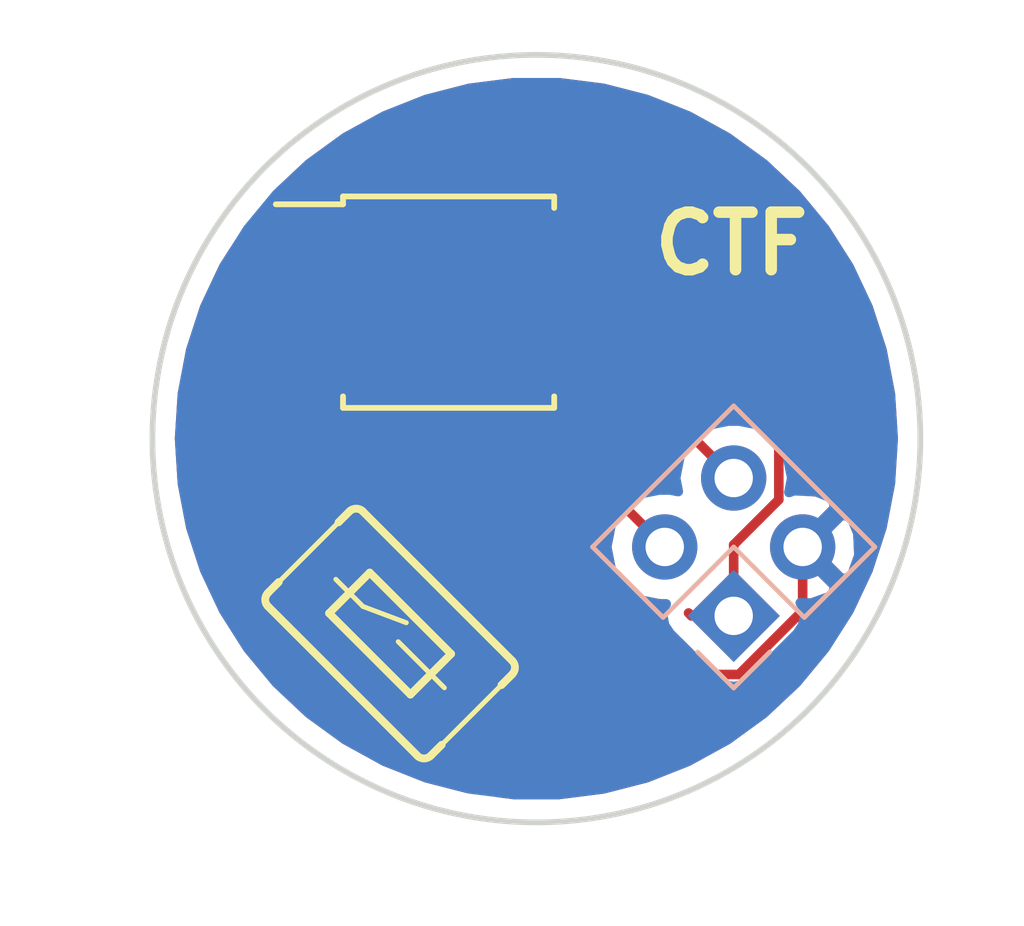
<source format=kicad_pcb>
(kicad_pcb (version 20171130) (host pcbnew "(5.0.2)-1")

  (general
    (thickness 1.6)
    (drawings 2)
    (tracks 31)
    (zones 0)
    (modules 3)
    (nets 9)
  )

  (page A4)
  (layers
    (0 F.Cu signal)
    (31 B.Cu signal)
    (32 B.Adhes user)
    (33 F.Adhes user)
    (34 B.Paste user)
    (35 F.Paste user)
    (36 B.SilkS user)
    (37 F.SilkS user)
    (38 B.Mask user)
    (39 F.Mask user)
    (40 Dwgs.User user)
    (41 Cmts.User user)
    (42 Eco1.User user)
    (43 Eco2.User user)
    (44 Edge.Cuts user)
    (45 Margin user)
    (46 B.CrtYd user)
    (47 F.CrtYd user)
    (48 B.Fab user)
    (49 F.Fab user)
  )

  (setup
    (last_trace_width 0.25)
    (trace_clearance 0.2)
    (zone_clearance 0.508)
    (zone_45_only no)
    (trace_min 0.2)
    (segment_width 0.2)
    (edge_width 0.15)
    (via_size 0.8)
    (via_drill 0.4)
    (via_min_size 0.4)
    (via_min_drill 0.3)
    (uvia_size 0.3)
    (uvia_drill 0.1)
    (uvias_allowed no)
    (uvia_min_size 0.2)
    (uvia_min_drill 0.1)
    (pcb_text_width 0.3)
    (pcb_text_size 1.5 1.5)
    (mod_edge_width 0.15)
    (mod_text_size 1 1)
    (mod_text_width 0.15)
    (pad_size 1.524 1.524)
    (pad_drill 0.762)
    (pad_to_mask_clearance 0.051)
    (solder_mask_min_width 0.25)
    (aux_axis_origin 0 0)
    (visible_elements FFFFFF7F)
    (pcbplotparams
      (layerselection 0x010fc_ffffffff)
      (usegerberextensions false)
      (usegerberattributes false)
      (usegerberadvancedattributes false)
      (creategerberjobfile false)
      (excludeedgelayer true)
      (linewidth 0.100000)
      (plotframeref false)
      (viasonmask false)
      (mode 1)
      (useauxorigin false)
      (hpglpennumber 1)
      (hpglpenspeed 20)
      (hpglpendiameter 15.000000)
      (psnegative false)
      (psa4output false)
      (plotreference true)
      (plotvalue true)
      (plotinvisibletext false)
      (padsonsilk false)
      (subtractmaskfromsilk false)
      (outputformat 1)
      (mirror false)
      (drillshape 1)
      (scaleselection 1)
      (outputdirectory ""))
  )

  (net 0 "")
  (net 1 VCC)
  (net 2 GND)
  (net 3 /SCL)
  (net 4 /SDA)
  (net 5 "Net-(SW1-Pad1)")
  (net 6 "Net-(U1-Pad2)")
  (net 7 "Net-(U1-Pad3)")
  (net 8 "Net-(U1-Pad6)")

  (net_class Default "This is the default net class."
    (clearance 0.2)
    (trace_width 0.25)
    (via_dia 0.8)
    (via_drill 0.4)
    (uvia_dia 0.3)
    (uvia_drill 0.1)
    (add_net /SCL)
    (add_net /SDA)
    (add_net GND)
    (add_net "Net-(SW1-Pad1)")
    (add_net "Net-(U1-Pad2)")
    (add_net "Net-(U1-Pad3)")
    (add_net "Net-(U1-Pad6)")
    (add_net VCC)
  )

  (module switches:TACTILE-SWITCH-1101NE (layer F.Cu) (tedit 5C48AB09) (tstamp 5C6162BB)
    (at 125.73 102.87 315)
    (descr "SPARKFUN SKU# COM-08229")
    (tags "SPARKFUN SKU# COM-08229")
    (path /5C489067)
    (attr smd)
    (fp_text reference SW1 (at -1.09474 -2.37998 315) (layer F.SilkS) hide
      (effects (font (size 0.762 0.762) (thickness 0.0508)))
    )
    (fp_text value SW_Push (at -0.71374 2.31648 315) (layer F.SilkS) hide
      (effects (font (size 0.762 0.762) (thickness 0.0508)))
    )
    (fp_arc (start -2.74828 1.4986) (end -2.74828 1.74752) (angle 90) (layer F.SilkS) (width 0.2032))
    (fp_arc (start 2.74828 1.4986) (end 2.99974 1.4986) (angle 90) (layer F.SilkS) (width 0.2032))
    (fp_arc (start 2.74828 -1.4986) (end 2.74828 -1.74752) (angle 90) (layer F.SilkS) (width 0.2032))
    (fp_arc (start -2.74828 -1.4986) (end -2.99974 -1.4986) (angle 90) (layer F.SilkS) (width 0.2032))
    (fp_line (start 0.29972 0) (end 1.99898 0) (layer F.SilkS) (width 0.127))
    (fp_line (start -0.99822 0) (end 0.09906 -0.49784) (layer F.SilkS) (width 0.127))
    (fp_line (start -1.99898 0) (end -0.99822 0) (layer F.SilkS) (width 0.127))
    (fp_line (start 1.4986 0.7493) (end 1.4986 -0.7493) (layer F.SilkS) (width 0.2032))
    (fp_line (start -1.4986 0.7493) (end -1.4986 -0.7493) (layer F.SilkS) (width 0.2032))
    (fp_line (start 1.4986 0.7493) (end -1.4986 0.7493) (layer F.SilkS) (width 0.2032))
    (fp_line (start -1.4986 -0.7493) (end 1.4986 -0.7493) (layer F.SilkS) (width 0.2032))
    (fp_line (start 2.99974 1.4986) (end 2.99974 1.09982) (layer F.SilkS) (width 0.2032))
    (fp_line (start 2.99974 -1.09982) (end 2.99974 -1.4986) (layer F.SilkS) (width 0.2032))
    (fp_line (start -2.99974 -1.09982) (end -2.99974 -1.4986) (layer F.SilkS) (width 0.2032))
    (fp_line (start -2.99974 1.4986) (end -2.99974 1.09982) (layer F.SilkS) (width 0.2032))
    (fp_line (start 2.74828 1.74752) (end -2.74828 1.74752) (layer F.SilkS) (width 0.2032))
    (fp_line (start -2.74828 -1.74752) (end 2.74828 -1.74752) (layer F.SilkS) (width 0.2032))
    (fp_line (start 2.99974 -1.09982) (end 2.99974 1.09982) (layer F.SilkS) (width 0.127))
    (fp_line (start -2.99974 -1.09982) (end -2.99974 1.09982) (layer F.SilkS) (width 0.127))
    (pad 2 smd rect (at 3.1496 0 135) (size 2.2987 1.59766) (layers F.Cu F.Paste F.Mask)
      (net 2 GND))
    (pad 1 smd rect (at -3.1496 0 135) (size 2.2987 1.59766) (layers F.Cu F.Paste F.Mask)
      (net 5 "Net-(SW1-Pad1)"))
    (model ${KISYS3DMOD}/Button_Switch_SMD.3dshapes/SW_SPST_CK_RS282G05A3.wrl
      (at (xyz 0 0 0))
      (scale (xyz 1 1 1))
      (rotate (xyz 0 0 0))
    )
  )

  (module Package_SO:SOIJ-8_5.3x5.3mm_P1.27mm (layer F.Cu) (tedit 5C48AB0D) (tstamp 5C55259A)
    (at 127.254 94.234)
    (descr "8-Lead Plastic Small Outline (SM) - Medium, 5.28 mm Body [SOIC] (see Microchip Packaging Specification 00000049BS.pdf)")
    (tags "SOIC 1.27")
    (path /5C488DE3)
    (attr smd)
    (fp_text reference U1 (at 0 -3.68) (layer F.SilkS) hide
      (effects (font (size 1 1) (thickness 0.15)))
    )
    (fp_text value ATtiny45-20SU (at 0 3.68) (layer F.Fab)
      (effects (font (size 1 1) (thickness 0.15)))
    )
    (fp_text user %R (at 0 0) (layer F.Fab)
      (effects (font (size 1 1) (thickness 0.15)))
    )
    (fp_line (start -1.65 -2.65) (end 2.65 -2.65) (layer F.Fab) (width 0.15))
    (fp_line (start 2.65 -2.65) (end 2.65 2.65) (layer F.Fab) (width 0.15))
    (fp_line (start 2.65 2.65) (end -2.65 2.65) (layer F.Fab) (width 0.15))
    (fp_line (start -2.65 2.65) (end -2.65 -1.65) (layer F.Fab) (width 0.15))
    (fp_line (start -2.65 -1.65) (end -1.65 -2.65) (layer F.Fab) (width 0.15))
    (fp_line (start -4.75 -2.95) (end -4.75 2.95) (layer F.CrtYd) (width 0.05))
    (fp_line (start 4.75 -2.95) (end 4.75 2.95) (layer F.CrtYd) (width 0.05))
    (fp_line (start -4.75 -2.95) (end 4.75 -2.95) (layer F.CrtYd) (width 0.05))
    (fp_line (start -4.75 2.95) (end 4.75 2.95) (layer F.CrtYd) (width 0.05))
    (fp_line (start -2.75 -2.755) (end -2.75 -2.55) (layer F.SilkS) (width 0.15))
    (fp_line (start 2.75 -2.755) (end 2.75 -2.455) (layer F.SilkS) (width 0.15))
    (fp_line (start 2.75 2.755) (end 2.75 2.455) (layer F.SilkS) (width 0.15))
    (fp_line (start -2.75 2.755) (end -2.75 2.455) (layer F.SilkS) (width 0.15))
    (fp_line (start -2.75 -2.755) (end 2.75 -2.755) (layer F.SilkS) (width 0.15))
    (fp_line (start -2.75 2.755) (end 2.75 2.755) (layer F.SilkS) (width 0.15))
    (fp_line (start -2.75 -2.55) (end -4.5 -2.55) (layer F.SilkS) (width 0.15))
    (pad 1 smd rect (at -3.65 -1.905) (size 1.7 0.65) (layers F.Cu F.Paste F.Mask)
      (net 5 "Net-(SW1-Pad1)"))
    (pad 2 smd rect (at -3.65 -0.635) (size 1.7 0.65) (layers F.Cu F.Paste F.Mask)
      (net 6 "Net-(U1-Pad2)"))
    (pad 3 smd rect (at -3.65 0.635) (size 1.7 0.65) (layers F.Cu F.Paste F.Mask)
      (net 7 "Net-(U1-Pad3)"))
    (pad 4 smd rect (at -3.65 1.905) (size 1.7 0.65) (layers F.Cu F.Paste F.Mask)
      (net 2 GND))
    (pad 5 smd rect (at 3.65 1.905) (size 1.7 0.65) (layers F.Cu F.Paste F.Mask)
      (net 4 /SDA))
    (pad 6 smd rect (at 3.65 0.635) (size 1.7 0.65) (layers F.Cu F.Paste F.Mask)
      (net 8 "Net-(U1-Pad6)"))
    (pad 7 smd rect (at 3.65 -0.635) (size 1.7 0.65) (layers F.Cu F.Paste F.Mask)
      (net 3 /SCL))
    (pad 8 smd rect (at 3.65 -1.905) (size 1.7 0.65) (layers F.Cu F.Paste F.Mask)
      (net 1 VCC))
    (model ${KISYS3DMOD}/Package_SO.3dshapes/SOIJ-8_5.3x5.3mm_P1.27mm.wrl
      (at (xyz 0 0 0))
      (scale (xyz 1 1 1))
      (rotate (xyz 0 0 0))
    )
  )

  (module Connector_PinHeader_2.54mm:PinHeader_2x02_P2.54mm_Vertical (layer B.Cu) (tedit 5C48AB7A) (tstamp 5C61645A)
    (at 134.679001 102.409001 45)
    (descr "Through hole straight pin header, 2x02, 2.54mm pitch, double rows")
    (tags "Through hole pin header THT 2x02 2.54mm double row")
    (path /5C488EC3)
    (fp_text reference J1 (at 1.27 2.33 45) (layer B.SilkS) hide
      (effects (font (size 1 1) (thickness 0.15)) (justify mirror))
    )
    (fp_text value Conn_02x02_Counter_Clockwise (at 1.27 -4.87 45) (layer B.Fab)
      (effects (font (size 1 1) (thickness 0.15)) (justify mirror))
    )
    (fp_line (start 0 1.27) (end 3.81 1.27) (layer B.Fab) (width 0.1))
    (fp_line (start 3.81 1.27) (end 3.81 -3.81) (layer B.Fab) (width 0.1))
    (fp_line (start 3.81 -3.81) (end -1.27 -3.81) (layer B.Fab) (width 0.1))
    (fp_line (start -1.27 -3.81) (end -1.27 0) (layer B.Fab) (width 0.1))
    (fp_line (start -1.27 0) (end 0 1.27) (layer B.Fab) (width 0.1))
    (fp_line (start -1.33 -3.87) (end 3.87 -3.87) (layer B.SilkS) (width 0.12))
    (fp_line (start -1.33 -1.27) (end -1.33 -3.87) (layer B.SilkS) (width 0.12))
    (fp_line (start 3.87 1.33) (end 3.87 -3.87) (layer B.SilkS) (width 0.12))
    (fp_line (start -1.33 -1.27) (end 1.27 -1.27) (layer B.SilkS) (width 0.12))
    (fp_line (start 1.27 -1.27) (end 1.27 1.33) (layer B.SilkS) (width 0.12))
    (fp_line (start 1.27 1.33) (end 3.87 1.33) (layer B.SilkS) (width 0.12))
    (fp_line (start -1.33 0) (end -1.33 1.33) (layer B.SilkS) (width 0.12))
    (fp_line (start -1.33 1.33) (end 0 1.33) (layer B.SilkS) (width 0.12))
    (fp_line (start -1.8 1.8) (end -1.8 -4.35) (layer B.CrtYd) (width 0.05))
    (fp_line (start -1.8 -4.35) (end 4.35 -4.35) (layer B.CrtYd) (width 0.05))
    (fp_line (start 4.35 -4.35) (end 4.35 1.8) (layer B.CrtYd) (width 0.05))
    (fp_line (start 4.35 1.8) (end -1.8 1.8) (layer B.CrtYd) (width 0.05))
    (fp_text user %R (at 1.27 -1.27 -45) (layer B.Fab)
      (effects (font (size 1 1) (thickness 0.15)) (justify mirror))
    )
    (pad 1 thru_hole rect (at 0 0 45) (size 1.7 1.7) (drill 1) (layers *.Cu *.Mask)
      (net 1 VCC))
    (pad 2 thru_hole oval (at 2.54 0 45) (size 1.7 1.7) (drill 1) (layers *.Cu *.Mask)
      (net 2 GND))
    (pad 3 thru_hole oval (at 0 -2.54 45) (size 1.7 1.7) (drill 1) (layers *.Cu *.Mask)
      (net 3 /SCL))
    (pad 4 thru_hole oval (at 2.54 -2.54 45) (size 1.7 1.7) (drill 1) (layers *.Cu *.Mask)
      (net 4 /SDA))
    (model ${KISYS3DMOD}/Connector_PinHeader_2.54mm.3dshapes/PinHeader_2x02_P2.54mm_Vertical.wrl
      (at (xyz 0 0 0))
      (scale (xyz 1 1 1))
      (rotate (xyz 0 0 0))
    )
  )

  (gr_text CTF (at 134.62 92.71) (layer F.SilkS)
    (effects (font (size 1.5 1.5) (thickness 0.3)))
  )
  (gr_circle (center 129.54 97.79) (end 139.54 97.79) (layer Edge.Cuts) (width 0.15))

  (segment (start 133.579001 102.409001) (end 134.679001 102.409001) (width 0.25) (layer F.Cu) (net 1) (status 30))
  (segment (start 133.504 102.334) (end 133.579001 102.409001) (width 0.25) (layer F.Cu) (net 1) (status 20))
  (segment (start 134.679001 100.555901) (end 134.679001 102.409001) (width 0.25) (layer F.Cu) (net 1) (status 20))
  (segment (start 135.854002 99.3809) (end 134.679001 100.555901) (width 0.25) (layer F.Cu) (net 1))
  (segment (start 135.854002 96.754002) (end 135.854002 99.3809) (width 0.25) (layer F.Cu) (net 1))
  (segment (start 131.429 92.329) (end 135.854002 96.754002) (width 0.25) (layer F.Cu) (net 1) (status 10))
  (segment (start 130.904 92.329) (end 131.429 92.329) (width 0.25) (layer F.Cu) (net 1) (status 30))
  (segment (start 127.488601 99.498601) (end 127.488601 102.609001) (width 0.25) (layer F.Cu) (net 2))
  (segment (start 124.129 96.139) (end 127.488601 99.498601) (width 0.25) (layer F.Cu) (net 2) (status 10))
  (segment (start 123.604 96.139) (end 124.129 96.139) (width 0.25) (layer F.Cu) (net 2) (status 30))
  (segment (start 127.688601 102.409001) (end 127.488601 102.609001) (width 0.25) (layer F.Cu) (net 2))
  (segment (start 133.607092 103.936093) (end 132.08 102.409001) (width 0.25) (layer F.Cu) (net 2))
  (segment (start 134.813627 103.936093) (end 133.607092 103.936093) (width 0.25) (layer F.Cu) (net 2))
  (segment (start 136.475052 102.274668) (end 134.813627 103.936093) (width 0.25) (layer F.Cu) (net 2))
  (segment (start 136.475052 100.61295) (end 136.475052 102.274668) (width 0.25) (layer F.Cu) (net 2) (status 10))
  (segment (start 132.139001 102.409001) (end 132.08 102.409001) (width 0.25) (layer F.Cu) (net 2))
  (segment (start 132.08 102.409001) (end 127.688601 102.409001) (width 0.25) (layer F.Cu) (net 2))
  (segment (start 127.957104 103.077504) (end 127.957104 105.097104) (width 0.25) (layer F.Cu) (net 2))
  (segment (start 127.488601 102.609001) (end 127.957104 103.077504) (width 0.25) (layer F.Cu) (net 2))
  (segment (start 130.379 93.599) (end 130.904 93.599) (width 0.25) (layer F.Cu) (net 3) (status 30))
  (segment (start 129.728999 94.249001) (end 130.379 93.599) (width 0.25) (layer F.Cu) (net 3) (status 20))
  (segment (start 129.728999 97.458999) (end 129.728999 94.249001) (width 0.25) (layer F.Cu) (net 3))
  (segment (start 132.88295 100.61295) (end 129.728999 97.458999) (width 0.25) (layer F.Cu) (net 3) (status 10))
  (segment (start 131.429 96.139) (end 130.904 96.139) (width 0.25) (layer F.Cu) (net 4) (status 30))
  (segment (start 132.001102 96.139) (end 130.904 96.139) (width 0.25) (layer F.Cu) (net 4) (status 20))
  (segment (start 134.679001 98.816899) (end 132.001102 96.139) (width 0.25) (layer F.Cu) (net 4) (status 10))
  (segment (start 122.619473 99.759473) (end 123.502896 100.642896) (width 0.25) (layer F.Cu) (net 5))
  (segment (start 122.428999 99.568999) (end 122.619473 99.759473) (width 0.25) (layer F.Cu) (net 5))
  (segment (start 122.428999 92.979001) (end 122.428999 99.568999) (width 0.25) (layer F.Cu) (net 5))
  (segment (start 123.079 92.329) (end 122.428999 92.979001) (width 0.25) (layer F.Cu) (net 5))
  (segment (start 123.604 92.329) (end 123.079 92.329) (width 0.25) (layer F.Cu) (net 5))

  (zone (net 2) (net_name GND) (layer F.Cu) (tstamp 5C6167BE) (hatch edge 0.508)
    (connect_pads (clearance 0.508))
    (min_thickness 0.254)
    (fill yes (arc_segments 16) (thermal_gap 0.508) (thermal_bridge_width 0.508))
    (polygon
      (pts
        (xy 115.57 86.36) (xy 142.24 86.36) (xy 142.24 110.49) (xy 115.57 110.49)
      )
    )
    (filled_polygon
      (pts
        (xy 131.280772 88.664551) (xy 132.410768 88.954685) (xy 133.49549 89.384157) (xy 134.517831 89.946194) (xy 135.461669 90.631932)
        (xy 136.312119 91.430557) (xy 137.055768 92.329475) (xy 137.680889 93.314508) (xy 138.177624 94.370123) (xy 138.538138 95.479671)
        (xy 138.756746 96.625654) (xy 138.83 97.79) (xy 138.756746 98.954346) (xy 138.538138 100.100329) (xy 138.177624 101.209877)
        (xy 137.680889 102.265492) (xy 137.055768 103.250525) (xy 136.312119 104.149443) (xy 135.461669 104.948068) (xy 134.517831 105.633806)
        (xy 133.49549 106.195843) (xy 132.410768 106.625315) (xy 131.280772 106.915449) (xy 130.123324 107.061668) (xy 128.956676 107.061668)
        (xy 128.565419 107.012241) (xy 129.016774 106.560886) (xy 129.016774 106.336379) (xy 127.957104 105.276709) (xy 127.145289 106.088524)
        (xy 127.145289 106.313031) (xy 127.729909 106.897651) (xy 126.669232 106.625315) (xy 125.58451 106.195843) (xy 124.562169 105.633806)
        (xy 123.618331 104.948068) (xy 123.378594 104.72294) (xy 125.944532 104.72294) (xy 125.944533 104.975559) (xy 126.041206 105.208948)
        (xy 126.741177 105.908919) (xy 126.965684 105.908919) (xy 127.777499 105.097104) (xy 128.136709 105.097104) (xy 129.196379 106.156774)
        (xy 129.420886 106.156774) (xy 129.873003 105.704657) (xy 129.969676 105.471268) (xy 129.969675 105.218649) (xy 129.873002 104.98526)
        (xy 129.173031 104.285289) (xy 128.948524 104.285289) (xy 128.136709 105.097104) (xy 127.777499 105.097104) (xy 126.717829 104.037434)
        (xy 126.493322 104.037434) (xy 126.041205 104.489551) (xy 125.944532 104.72294) (xy 123.378594 104.72294) (xy 122.767881 104.149443)
        (xy 122.340909 103.633322) (xy 126.897434 103.633322) (xy 126.897434 103.857829) (xy 127.957104 104.917499) (xy 128.768919 104.105684)
        (xy 128.768919 103.881177) (xy 128.068948 103.181206) (xy 127.835559 103.084533) (xy 127.58294 103.084532) (xy 127.349551 103.181205)
        (xy 126.897434 103.633322) (xy 122.340909 103.633322) (xy 122.024232 103.250525) (xy 121.399111 102.265492) (xy 120.902376 101.209877)
        (xy 120.541862 100.100329) (xy 120.323254 98.954346) (xy 120.25 97.79) (xy 120.323254 96.625654) (xy 120.541862 95.479671)
        (xy 120.902376 94.370123) (xy 121.399111 93.314508) (xy 121.673321 92.882422) (xy 121.668999 92.90415) (xy 121.668999 92.904154)
        (xy 121.654111 92.979001) (xy 121.668999 93.053848) (xy 121.669 99.494147) (xy 121.654111 99.568999) (xy 121.669 99.643851)
        (xy 121.713096 99.865536) (xy 121.723557 99.881191) (xy 121.667516 99.937232) (xy 121.527168 100.147276) (xy 121.477885 100.395041)
        (xy 121.527168 100.642806) (xy 121.667516 100.85285) (xy 123.292942 102.478276) (xy 123.502986 102.618624) (xy 123.750751 102.667907)
        (xy 123.998516 102.618624) (xy 124.20856 102.478276) (xy 125.338276 101.34856) (xy 125.478624 101.138516) (xy 125.527907 100.890751)
        (xy 125.478624 100.642986) (xy 125.338276 100.432942) (xy 123.71285 98.807516) (xy 123.502806 98.667168) (xy 123.255041 98.617885)
        (xy 123.188999 98.631021) (xy 123.188999 97.099) (xy 123.31825 97.099) (xy 123.477 96.94025) (xy 123.477 96.266)
        (xy 123.731 96.266) (xy 123.731 96.94025) (xy 123.88975 97.099) (xy 124.580309 97.099) (xy 124.813698 97.002327)
        (xy 124.992327 96.823699) (xy 125.089 96.59031) (xy 125.089 96.42475) (xy 124.93025 96.266) (xy 123.731 96.266)
        (xy 123.477 96.266) (xy 123.457 96.266) (xy 123.457 96.012) (xy 123.477 96.012) (xy 123.477 95.992)
        (xy 123.731 95.992) (xy 123.731 96.012) (xy 124.93025 96.012) (xy 125.089 95.85325) (xy 125.089 95.68769)
        (xy 125.012017 95.501838) (xy 125.052157 95.441765) (xy 125.10144 95.194) (xy 125.10144 94.544) (xy 125.052157 94.296235)
        (xy 125.020597 94.249001) (xy 128.954111 94.249001) (xy 128.969 94.323853) (xy 128.968999 97.384152) (xy 128.954111 97.458999)
        (xy 128.968999 97.533846) (xy 128.968999 97.53385) (xy 129.013095 97.755535) (xy 129.18107 98.006928) (xy 129.244529 98.04933)
        (xy 131.441741 100.246542) (xy 131.368858 100.61295) (xy 131.484111 101.192368) (xy 131.812325 101.683575) (xy 132.303532 102.011789)
        (xy 132.736694 102.09795) (xy 132.776065 102.09795) (xy 132.729112 102.334) (xy 132.788097 102.630537) (xy 132.913671 102.818472)
        (xy 132.988671 102.893472) (xy 133.031072 102.95693) (xy 133.266615 103.114315) (xy 134.221192 104.068892) (xy 134.431236 104.20924)
        (xy 134.679001 104.258523) (xy 134.926766 104.20924) (xy 135.13681 104.068892) (xy 136.338892 102.86681) (xy 136.47924 102.656766)
        (xy 136.528523 102.409001) (xy 136.47924 102.161236) (xy 136.417145 102.068306) (xy 136.69696 102.081286) (xy 137.241976 101.884595)
        (xy 137.31921 101.636713) (xy 136.475052 100.792555) (xy 136.46091 100.806698) (xy 136.281305 100.627093) (xy 136.295447 100.61295)
        (xy 136.654657 100.61295) (xy 137.498815 101.457108) (xy 137.746697 101.379874) (xy 137.943388 100.834858) (xy 137.916538 100.256058)
        (xy 137.746689 99.846032) (xy 137.498345 99.769262) (xy 136.654657 100.61295) (xy 136.295447 100.61295) (xy 136.281305 100.598808)
        (xy 136.46091 100.419203) (xy 136.475052 100.433345) (xy 137.31874 99.589657) (xy 137.24197 99.341313) (xy 136.831944 99.171464)
        (xy 136.614002 99.161354) (xy 136.614002 96.82885) (xy 136.62889 96.754002) (xy 136.614002 96.679154) (xy 136.614002 96.67915)
        (xy 136.569906 96.457465) (xy 136.569906 96.457464) (xy 136.444331 96.269529) (xy 136.401931 96.206073) (xy 136.338475 96.163673)
        (xy 132.40144 92.226639) (xy 132.40144 92.004) (xy 132.352157 91.756235) (xy 132.211809 91.546191) (xy 132.001765 91.405843)
        (xy 131.754 91.35656) (xy 130.054 91.35656) (xy 129.806235 91.405843) (xy 129.596191 91.546191) (xy 129.455843 91.756235)
        (xy 129.40656 92.004) (xy 129.40656 92.654) (xy 129.455843 92.901765) (xy 129.497427 92.964) (xy 129.455843 93.026235)
        (xy 129.40656 93.274) (xy 129.40656 93.496639) (xy 129.244527 93.658672) (xy 129.181071 93.701072) (xy 129.138671 93.764528)
        (xy 129.13867 93.764529) (xy 129.013096 93.952464) (xy 128.954111 94.249001) (xy 125.020597 94.249001) (xy 125.010573 94.234)
        (xy 125.052157 94.171765) (xy 125.10144 93.924) (xy 125.10144 93.274) (xy 125.052157 93.026235) (xy 125.010573 92.964)
        (xy 125.052157 92.901765) (xy 125.10144 92.654) (xy 125.10144 92.004) (xy 125.052157 91.756235) (xy 124.911809 91.546191)
        (xy 124.701765 91.405843) (xy 124.454 91.35656) (xy 122.84668 91.35656) (xy 123.618331 90.631932) (xy 124.562169 89.946194)
        (xy 125.58451 89.384157) (xy 126.669232 88.954685) (xy 127.799228 88.664551) (xy 128.956676 88.518332) (xy 130.123324 88.518332)
      )
    )
  )
  (zone (net 2) (net_name GND) (layer B.Cu) (tstamp 0) (hatch edge 0.508)
    (connect_pads (clearance 0.508))
    (min_thickness 0.254)
    (fill yes (arc_segments 16) (thermal_gap 0.508) (thermal_bridge_width 0.508))
    (polygon
      (pts
        (xy 116.84 87.63) (xy 116.84 109.22) (xy 140.97 109.22) (xy 140.97 87.63)
      )
    )
    (filled_polygon
      (pts
        (xy 131.280772 88.664551) (xy 132.410768 88.954685) (xy 133.49549 89.384157) (xy 134.517831 89.946194) (xy 135.461669 90.631932)
        (xy 136.312119 91.430557) (xy 137.055768 92.329475) (xy 137.680889 93.314508) (xy 138.177624 94.370123) (xy 138.538138 95.479671)
        (xy 138.756746 96.625654) (xy 138.83 97.79) (xy 138.756746 98.954346) (xy 138.538138 100.100329) (xy 138.177624 101.209877)
        (xy 137.680889 102.265492) (xy 137.055768 103.250525) (xy 136.312119 104.149443) (xy 135.461669 104.948068) (xy 134.517831 105.633806)
        (xy 133.49549 106.195843) (xy 132.410768 106.625315) (xy 131.280772 106.915449) (xy 130.123324 107.061668) (xy 128.956676 107.061668)
        (xy 127.799228 106.915449) (xy 126.669232 106.625315) (xy 125.58451 106.195843) (xy 124.562169 105.633806) (xy 123.618331 104.948068)
        (xy 122.767881 104.149443) (xy 122.024232 103.250525) (xy 121.399111 102.265492) (xy 120.902376 101.209877) (xy 120.708423 100.61295)
        (xy 131.368858 100.61295) (xy 131.484111 101.192368) (xy 131.812325 101.683575) (xy 132.303532 102.011789) (xy 132.736694 102.09795)
        (xy 132.921049 102.09795) (xy 132.878762 102.161236) (xy 132.829479 102.409001) (xy 132.878762 102.656766) (xy 133.01911 102.86681)
        (xy 134.221192 104.068892) (xy 134.431236 104.20924) (xy 134.679001 104.258523) (xy 134.926766 104.20924) (xy 135.13681 104.068892)
        (xy 136.338892 102.86681) (xy 136.47924 102.656766) (xy 136.528523 102.409001) (xy 136.47924 102.161236) (xy 136.417145 102.068306)
        (xy 136.69696 102.081286) (xy 137.241976 101.884595) (xy 137.31921 101.636713) (xy 136.475052 100.792555) (xy 136.46091 100.806698)
        (xy 136.281305 100.627093) (xy 136.295447 100.61295) (xy 136.654657 100.61295) (xy 137.498815 101.457108) (xy 137.746697 101.379874)
        (xy 137.943388 100.834858) (xy 137.916538 100.256058) (xy 137.746689 99.846032) (xy 137.498345 99.769262) (xy 136.654657 100.61295)
        (xy 136.295447 100.61295) (xy 136.281305 100.598808) (xy 136.46091 100.419203) (xy 136.475052 100.433345) (xy 137.31874 99.589657)
        (xy 137.24197 99.341313) (xy 136.831944 99.171464) (xy 136.253144 99.144614) (xy 136.118221 99.193306) (xy 136.193093 98.816899)
        (xy 136.07784 98.237481) (xy 135.749626 97.746274) (xy 135.258419 97.41806) (xy 134.825257 97.331899) (xy 134.532745 97.331899)
        (xy 134.099583 97.41806) (xy 133.608376 97.746274) (xy 133.280162 98.237481) (xy 133.164909 98.816899) (xy 133.23492 99.168869)
        (xy 133.029206 99.12795) (xy 132.736694 99.12795) (xy 132.303532 99.214111) (xy 131.812325 99.542325) (xy 131.484111 100.033532)
        (xy 131.368858 100.61295) (xy 120.708423 100.61295) (xy 120.541862 100.100329) (xy 120.323254 98.954346) (xy 120.25 97.79)
        (xy 120.323254 96.625654) (xy 120.541862 95.479671) (xy 120.902376 94.370123) (xy 121.399111 93.314508) (xy 122.024232 92.329475)
        (xy 122.767881 91.430557) (xy 123.618331 90.631932) (xy 124.562169 89.946194) (xy 125.58451 89.384157) (xy 126.669232 88.954685)
        (xy 127.799228 88.664551) (xy 128.956676 88.518332) (xy 130.123324 88.518332)
      )
    )
  )
)

</source>
